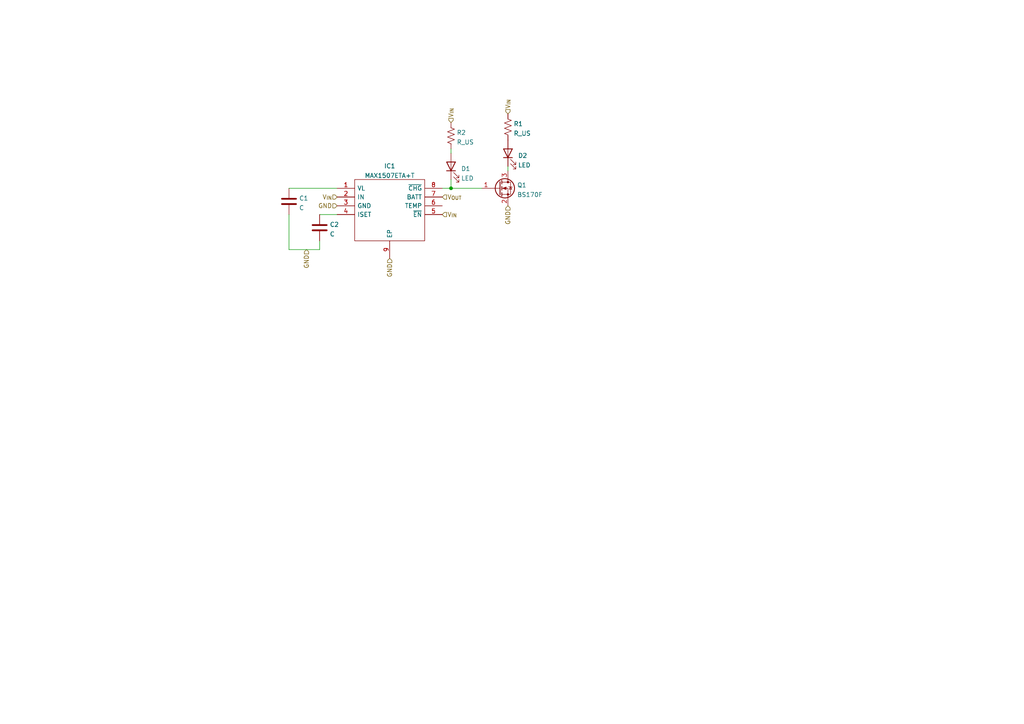
<source format=kicad_sch>
(kicad_sch (version 20211123) (generator eeschema)
  (paper "A4")
  (lib_symbols
    (symbol "Device:C" (pin_numbers hide) (pin_names (offset 0.254))
      (property "Reference" "C" (at 0.635 2.54 0))
      (property "Value" "C" (at 0.635 -2.54 0))
      (symbol "C_0_1"
        (polyline (pts (xy -2.032 -0.762) (xy 2.032 -0.762)) (stroke (width 0.508)))
        (polyline (pts (xy -2.032 0.762) (xy 2.032 0.762)) (stroke (width 0.508)))
      )
      (symbol "C_1_1"
        (pin passive line (at 0 3.81 270) (length 2.794) (name "~") (number "1"))
        (pin passive line (at 0 -3.81 90) (length 2.794) (name "~") (number "2"))
      )
    )
    (symbol "Device:LED" (pin_numbers hide) (pin_names (offset 1.016) hide)
      (property "Reference" "D" (at 0 2.54 0))
      (property "Value" "LED" (at 0 -2.54 0))
      (symbol "LED_0_1"
        (polyline (pts (xy -1.27 -1.27) (xy -1.27 1.27)) (stroke (width 0.254)))
        (polyline (pts (xy -1.27 0) (xy 1.27 0)))
        (polyline (pts (xy 1.27 -1.27) (xy 1.27 1.27) (xy -1.27 0) (xy 1.27 -1.27)) (stroke (width 0.254)))
        (polyline (pts (xy -3.048 -0.762) (xy -4.572 -2.286) (xy -3.81 -2.286) (xy -4.572 -2.286) (xy -4.572 -1.524)))
        (polyline (pts (xy -1.778 -0.762) (xy -3.302 -2.286) (xy -2.54 -2.286) (xy -3.302 -2.286) (xy -3.302 -1.524)))
      )
      (symbol "LED_1_1"
        (pin passive line (at -3.81 0 0) (length 2.54) (name "K") (number "1"))
        (pin passive line (at 3.81 0 180) (length 2.54) (name "A") (number "2"))
      )
    )
    (symbol "Device:R_US" (pin_numbers hide) (pin_names (offset 0))
      (property "Reference" "R" (at 2.54 0 90))
      (property "Value" "R_US" (at -2.54 0 90))
      (symbol "R_US_0_1"
        (polyline (pts (xy 0 -2.286) (xy 0 -2.54)))
        (polyline (pts (xy 0 2.286) (xy 0 2.54)))
        (polyline (pts (xy 0 -0.762) (xy 1.016 -1.143) (xy 0 -1.524) (xy -1.016 -1.905) (xy 0 -2.286)))
        (polyline (pts (xy 0 0.762) (xy 1.016 0.381) (xy 0 0) (xy -1.016 -0.381) (xy 0 -0.762)))
        (polyline (pts (xy 0 2.286) (xy 1.016 1.905) (xy 0 1.524) (xy -1.016 1.143) (xy 0 0.762)))
      )
      (symbol "R_US_1_1"
        (pin passive line (at 0 3.81 270) (length 1.27) (name "~") (number "1"))
        (pin passive line (at 0 -3.81 90) (length 1.27) (name "~") (number "2"))
      )
    )
    (symbol "SamacSys_Parts:MAX1507ETA+T" (pin_names (offset 0.762))
      (property "Reference" "IC" (at 26.67 7.62 0))
      (property "Value" "MAX1507ETA+T" (at 26.67 5.08 0))
      (symbol "MAX1507ETA+T_0_0"
        (pin passive line (at 0 0 0) (length 5.08) (name "VL") (number "1"))
        (pin passive line (at 0 -2.54 0) (length 5.08) (name "IN") (number "2"))
        (pin passive line (at 0 -5.08 0) (length 5.08) (name "GND") (number "3"))
        (pin passive line (at 0 -7.62 0) (length 5.08) (name "ISET") (number "4"))
        (pin passive line (at 30.48 -7.62 180) (length 5.08) (name "~{EN}") (number "5"))
        (pin passive line (at 30.48 -5.08 180) (length 5.08) (name "TEMP") (number "6"))
        (pin passive line (at 30.48 -2.54 180) (length 5.08) (name "BATT") (number "7"))
        (pin passive line (at 30.48 0 180) (length 5.08) (name "~{CHG}") (number "8"))
        (pin passive line (at 15.24 -20.32 90) (length 5.08) (name "EP") (number "9"))
      )
      (symbol "MAX1507ETA+T_0_1"
        (polyline (pts (xy 5.08 2.54) (xy 25.4 2.54) (xy 25.4 -15.24) (xy 5.08 -15.24) (xy 5.08 2.54)) (stroke (width 0.1524)))
      )
    )
    (symbol "Transistor_FET:BS170F" (pin_names hide)
      (property "Reference" "Q" (at 5.08 1.905 0))
      (property "Value" "BS170F" (at 5.08 0 0))
      (symbol "BS170F_0_1"
        (polyline (pts (xy 0.254 0) (xy -2.54 0)))
        (polyline (pts (xy 0.254 1.905) (xy 0.254 -1.905)) (stroke (width 0.254)))
        (polyline (pts (xy 0.762 -1.27) (xy 0.762 -2.286)) (stroke (width 0.254)))
        (polyline (pts (xy 0.762 0.508) (xy 0.762 -0.508)) (stroke (width 0.254)))
        (polyline (pts (xy 0.762 2.286) (xy 0.762 1.27)) (stroke (width 0.254)))
        (polyline (pts (xy 2.54 2.54) (xy 2.54 1.778)))
        (polyline (pts (xy 2.54 -2.54) (xy 2.54 0) (xy 0.762 0)))
        (polyline (pts (xy 0.762 -1.778) (xy 3.302 -1.778) (xy 3.302 1.778) (xy 0.762 1.778)))
        (polyline (pts (xy 1.016 0) (xy 2.032 0.381) (xy 2.032 -0.381) (xy 1.016 0)) (fill (type outline)))
        (polyline (pts (xy 2.794 0.508) (xy 2.921 0.381) (xy 3.683 0.381) (xy 3.81 0.254)))
        (polyline (pts (xy 3.302 0.381) (xy 2.921 -0.254) (xy 3.683 -0.254) (xy 3.302 0.381)))
        (circle (center 1.651 0) (radius 2.794) (stroke (width 0.254)))
        (circle (center 2.54 -1.778) (radius 0.254) (fill (type outline)))
        (circle (center 2.54 1.778) (radius 0.254) (fill (type outline)))
      )
      (symbol "BS170F_1_1"
        (pin input line (at -5.08 0 0) (length 2.54) (name "G") (number "1"))
        (pin passive line (at 2.54 -5.08 90) (length 2.54) (name "S") (number "2"))
        (pin passive line (at 2.54 5.08 270) (length 2.54) (name "D") (number "3"))
      )
    )
  )
  (junction (at 130.81 54.61))
  (wire (pts (xy 97.79 62.23) (xy 92.71 62.23)))
  (wire (pts (xy 147.32 48.26) (xy 147.32 49.53)))
  (wire (pts (xy 130.81 52.07) (xy 130.81 54.61)))
  (wire (pts (xy 83.82 62.23) (xy 83.82 72.39)))
  (wire (pts (xy 92.71 72.39) (xy 83.82 72.39)))
  (wire (pts (xy 97.79 54.61) (xy 83.82 54.61)))
  (wire (pts (xy 130.81 43.18) (xy 130.81 44.45)))
  (wire (pts (xy 128.27 54.61) (xy 130.81 54.61)))
  (wire (pts (xy 92.71 69.85) (xy 92.71 72.39)))
  (wire (pts (xy 130.81 54.61) (xy 139.7 54.61)))
  (hierarchical_label "GND" (shape input) (at 113.03 74.93 270))
  (hierarchical_label "GND" (shape input) (at 88.9 72.39 270))
  (hierarchical_label "V_{IN}" (shape input) (at 130.81 35.56 90))
  (hierarchical_label "V_{IN}" (shape input) (at 97.79 57.15 180))
  (hierarchical_label "V_{IN}" (shape input) (at 147.32 33.02 90))
  (hierarchical_label "V_{OUT}" (shape input) (at 128.27 57.15 0))
  (hierarchical_label "V_{IN}" (shape input) (at 128.27 62.23 0))
  (hierarchical_label "GND" (shape input) (at 97.79 59.69 180))
  (hierarchical_label "GND" (shape input) (at 147.32 59.69 270))
  (symbol (lib_id "Transistor_FET:BS170F") (at 144.78 54.61 0) (unit 1)
    (property "Reference" "Q1" (at 149.987 53.7015 0) (effects (justify left)))
    (property "Value" "BS170F" (at 149.987 56.4766 0) (effects (justify left)))
    (property "Footprint" "Package_TO_SOT_SMD:SOT-23" (effects hide))
    (property "Datasheet" "http://www.diodes.com/assets/Datasheets/BS170F.pdf" (effects hide))
  )
  (symbol (lib_id "Device:C") (at 92.71 66.04 0) (unit 1)
    (property "Reference" "C2" (at 95.631 65.1315 0) (effects (justify left)))
    (property "Value" "C" (at 95.631 67.9066 0) (effects (justify left)))
    (property "Footprint" "Capacitor_SMD:C_0603_1608Metric" (effects hide))
  )
  (symbol (lib_id "Device:LED") (at 147.32 44.45 90) (unit 1)
    (property "Reference" "D2" (at 150.241 45.129 90) (effects (justify right)))
    (property "Value" "LED" (at 150.241 47.9041 90) (effects (justify right)))
    (property "Footprint" "LED_SMD:LED_0603_1608Metric" (effects hide))
  )
  (symbol (lib_id "Device:LED") (at 130.81 48.26 90) (unit 1)
    (property "Reference" "D1" (at 133.731 48.939 90) (effects (justify right)))
    (property "Value" "LED" (at 133.731 51.7141 90) (effects (justify right)))
    (property "Footprint" "LED_SMD:LED_0603_1608Metric" (effects hide))
  )
  (symbol (lib_id "SamacSys_Parts:MAX1507ETA+T") (at 97.79 54.61 0) (unit 1)
    (property "Reference" "IC1" (at 113.03 48.1543 0))
    (property "Value" "MAX1507ETA+T" (at 113.03 50.9294 0))
    (property "Footprint" "SON65P300X300X80-9N" (effects hide))
    (property "Datasheet" "https://www.mouser.it/datasheet/2/256/MAX1507-1515170.pdf" (effects hide))
    (property "Description" "Battery Management Linear Li+ Battery Charger with Integrated Pass FET and Thermal Regulation in 3mm x 3mm Thin DFN" (effects hide))
    (property "Height" "0.8" (effects hide))
    (property "Mouser Part Number" "700-MAX1507ETA+T" (effects hide))
    (property "Mouser Price/Stock" "https://www.mouser.co.uk/ProductDetail/Maxim-Integrated/MAX1507ETA%2bT?qs=LHmEVA8xxfYaRIabd8vlLw%3D%3D" (effects hide))
    (property "Manufacturer_Name" "Maxim Integrated" (effects hide))
    (property "Manufacturer_Part_Number" "MAX1507ETA+T" (effects hide))
  )
  (symbol (lib_id "Device:R_US") (at 147.32 36.83 0) (unit 1)
    (property "Reference" "R1" (at 148.971 35.9215 0) (effects (justify left)))
    (property "Value" "R_US" (at 148.971 38.6966 0) (effects (justify left)))
    (property "Footprint" "Resistor_SMD:R_0603_1608Metric" (effects hide))
  )
  (symbol (lib_id "Device:R_US") (at 130.81 39.37 0) (unit 1)
    (property "Reference" "R2" (at 132.461 38.4615 0) (effects (justify left)))
    (property "Value" "R_US" (at 132.461 41.2366 0) (effects (justify left)))
    (property "Footprint" "Resistor_SMD:R_0603_1608Metric" (effects hide))
  )
  (symbol (lib_id "Device:C") (at 83.82 58.42 0) (unit 1)
    (property "Reference" "C1" (at 86.741 57.5115 0) (effects (justify left)))
    (property "Value" "C" (at 86.741 60.2866 0) (effects (justify left)))
    (property "Footprint" "Capacitor_SMD:C_0603_1608Metric" (effects hide))
  )
)
</source>
